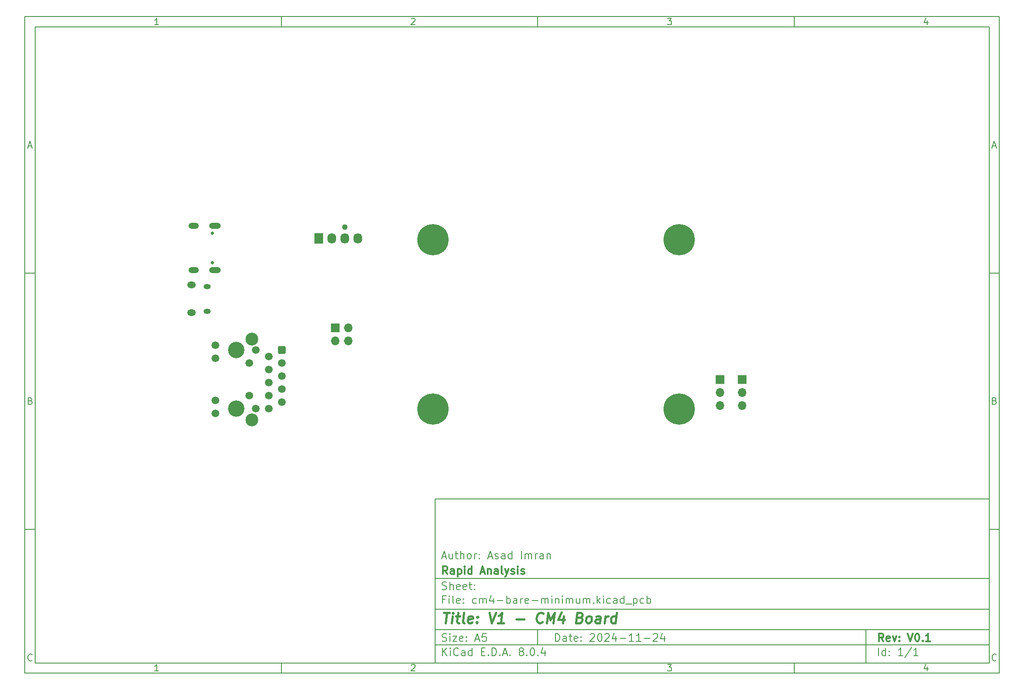
<source format=gbr>
%TF.GenerationSoftware,KiCad,Pcbnew,8.0.4*%
%TF.CreationDate,2024-11-24T10:16:15+11:00*%
%TF.ProjectId,cm4-bare-minimum,636d342d-6261-4726-952d-6d696e696d75,V0.1*%
%TF.SameCoordinates,Original*%
%TF.FileFunction,Soldermask,Bot*%
%TF.FilePolarity,Negative*%
%FSLAX46Y46*%
G04 Gerber Fmt 4.6, Leading zero omitted, Abs format (unit mm)*
G04 Created by KiCad (PCBNEW 8.0.4) date 2024-11-24 10:16:15*
%MOMM*%
%LPD*%
G01*
G04 APERTURE LIST*
G04 Aperture macros list*
%AMRoundRect*
0 Rectangle with rounded corners*
0 $1 Rounding radius*
0 $2 $3 $4 $5 $6 $7 $8 $9 X,Y pos of 4 corners*
0 Add a 4 corners polygon primitive as box body*
4,1,4,$2,$3,$4,$5,$6,$7,$8,$9,$2,$3,0*
0 Add four circle primitives for the rounded corners*
1,1,$1+$1,$2,$3*
1,1,$1+$1,$4,$5*
1,1,$1+$1,$6,$7*
1,1,$1+$1,$8,$9*
0 Add four rect primitives between the rounded corners*
20,1,$1+$1,$2,$3,$4,$5,0*
20,1,$1+$1,$4,$5,$6,$7,0*
20,1,$1+$1,$6,$7,$8,$9,0*
20,1,$1+$1,$8,$9,$2,$3,0*%
G04 Aperture macros list end*
%ADD10C,0.100000*%
%ADD11C,0.150000*%
%ADD12C,0.300000*%
%ADD13C,0.400000*%
%ADD14C,3.200000*%
%ADD15RoundRect,0.250500X-0.499500X0.499500X-0.499500X-0.499500X0.499500X-0.499500X0.499500X0.499500X0*%
%ADD16C,1.500000*%
%ADD17C,2.500000*%
%ADD18C,1.100000*%
%ADD19R,1.730000X2.030000*%
%ADD20O,1.730000X2.030000*%
%ADD21R,1.700000X1.700000*%
%ADD22O,1.700000X1.700000*%
%ADD23C,0.650000*%
%ADD24O,2.304000X1.204000*%
%ADD25O,2.004000X1.204000*%
%ADD26C,6.100000*%
%ADD27O,1.700000X1.300000*%
%ADD28O,1.400000X1.000000*%
G04 APERTURE END LIST*
D10*
D11*
X90007200Y-104005800D02*
X198007200Y-104005800D01*
X198007200Y-136005800D01*
X90007200Y-136005800D01*
X90007200Y-104005800D01*
D10*
D11*
X10000000Y-10000000D02*
X200007200Y-10000000D01*
X200007200Y-138005800D01*
X10000000Y-138005800D01*
X10000000Y-10000000D01*
D10*
D11*
X12000000Y-12000000D02*
X198007200Y-12000000D01*
X198007200Y-136005800D01*
X12000000Y-136005800D01*
X12000000Y-12000000D01*
D10*
D11*
X60000000Y-12000000D02*
X60000000Y-10000000D01*
D10*
D11*
X110000000Y-12000000D02*
X110000000Y-10000000D01*
D10*
D11*
X160000000Y-12000000D02*
X160000000Y-10000000D01*
D10*
D11*
X36089160Y-11593604D02*
X35346303Y-11593604D01*
X35717731Y-11593604D02*
X35717731Y-10293604D01*
X35717731Y-10293604D02*
X35593922Y-10479319D01*
X35593922Y-10479319D02*
X35470112Y-10603128D01*
X35470112Y-10603128D02*
X35346303Y-10665033D01*
D10*
D11*
X85346303Y-10417414D02*
X85408207Y-10355509D01*
X85408207Y-10355509D02*
X85532017Y-10293604D01*
X85532017Y-10293604D02*
X85841541Y-10293604D01*
X85841541Y-10293604D02*
X85965350Y-10355509D01*
X85965350Y-10355509D02*
X86027255Y-10417414D01*
X86027255Y-10417414D02*
X86089160Y-10541223D01*
X86089160Y-10541223D02*
X86089160Y-10665033D01*
X86089160Y-10665033D02*
X86027255Y-10850747D01*
X86027255Y-10850747D02*
X85284398Y-11593604D01*
X85284398Y-11593604D02*
X86089160Y-11593604D01*
D10*
D11*
X135284398Y-10293604D02*
X136089160Y-10293604D01*
X136089160Y-10293604D02*
X135655826Y-10788842D01*
X135655826Y-10788842D02*
X135841541Y-10788842D01*
X135841541Y-10788842D02*
X135965350Y-10850747D01*
X135965350Y-10850747D02*
X136027255Y-10912652D01*
X136027255Y-10912652D02*
X136089160Y-11036461D01*
X136089160Y-11036461D02*
X136089160Y-11345985D01*
X136089160Y-11345985D02*
X136027255Y-11469795D01*
X136027255Y-11469795D02*
X135965350Y-11531700D01*
X135965350Y-11531700D02*
X135841541Y-11593604D01*
X135841541Y-11593604D02*
X135470112Y-11593604D01*
X135470112Y-11593604D02*
X135346303Y-11531700D01*
X135346303Y-11531700D02*
X135284398Y-11469795D01*
D10*
D11*
X185965350Y-10726938D02*
X185965350Y-11593604D01*
X185655826Y-10231700D02*
X185346303Y-11160271D01*
X185346303Y-11160271D02*
X186151064Y-11160271D01*
D10*
D11*
X60000000Y-136005800D02*
X60000000Y-138005800D01*
D10*
D11*
X110000000Y-136005800D02*
X110000000Y-138005800D01*
D10*
D11*
X160000000Y-136005800D02*
X160000000Y-138005800D01*
D10*
D11*
X36089160Y-137599404D02*
X35346303Y-137599404D01*
X35717731Y-137599404D02*
X35717731Y-136299404D01*
X35717731Y-136299404D02*
X35593922Y-136485119D01*
X35593922Y-136485119D02*
X35470112Y-136608928D01*
X35470112Y-136608928D02*
X35346303Y-136670833D01*
D10*
D11*
X85346303Y-136423214D02*
X85408207Y-136361309D01*
X85408207Y-136361309D02*
X85532017Y-136299404D01*
X85532017Y-136299404D02*
X85841541Y-136299404D01*
X85841541Y-136299404D02*
X85965350Y-136361309D01*
X85965350Y-136361309D02*
X86027255Y-136423214D01*
X86027255Y-136423214D02*
X86089160Y-136547023D01*
X86089160Y-136547023D02*
X86089160Y-136670833D01*
X86089160Y-136670833D02*
X86027255Y-136856547D01*
X86027255Y-136856547D02*
X85284398Y-137599404D01*
X85284398Y-137599404D02*
X86089160Y-137599404D01*
D10*
D11*
X135284398Y-136299404D02*
X136089160Y-136299404D01*
X136089160Y-136299404D02*
X135655826Y-136794642D01*
X135655826Y-136794642D02*
X135841541Y-136794642D01*
X135841541Y-136794642D02*
X135965350Y-136856547D01*
X135965350Y-136856547D02*
X136027255Y-136918452D01*
X136027255Y-136918452D02*
X136089160Y-137042261D01*
X136089160Y-137042261D02*
X136089160Y-137351785D01*
X136089160Y-137351785D02*
X136027255Y-137475595D01*
X136027255Y-137475595D02*
X135965350Y-137537500D01*
X135965350Y-137537500D02*
X135841541Y-137599404D01*
X135841541Y-137599404D02*
X135470112Y-137599404D01*
X135470112Y-137599404D02*
X135346303Y-137537500D01*
X135346303Y-137537500D02*
X135284398Y-137475595D01*
D10*
D11*
X185965350Y-136732738D02*
X185965350Y-137599404D01*
X185655826Y-136237500D02*
X185346303Y-137166071D01*
X185346303Y-137166071D02*
X186151064Y-137166071D01*
D10*
D11*
X10000000Y-60000000D02*
X12000000Y-60000000D01*
D10*
D11*
X10000000Y-110000000D02*
X12000000Y-110000000D01*
D10*
D11*
X10690476Y-35222176D02*
X11309523Y-35222176D01*
X10566666Y-35593604D02*
X10999999Y-34293604D01*
X10999999Y-34293604D02*
X11433333Y-35593604D01*
D10*
D11*
X11092857Y-84912652D02*
X11278571Y-84974557D01*
X11278571Y-84974557D02*
X11340476Y-85036461D01*
X11340476Y-85036461D02*
X11402380Y-85160271D01*
X11402380Y-85160271D02*
X11402380Y-85345985D01*
X11402380Y-85345985D02*
X11340476Y-85469795D01*
X11340476Y-85469795D02*
X11278571Y-85531700D01*
X11278571Y-85531700D02*
X11154761Y-85593604D01*
X11154761Y-85593604D02*
X10659523Y-85593604D01*
X10659523Y-85593604D02*
X10659523Y-84293604D01*
X10659523Y-84293604D02*
X11092857Y-84293604D01*
X11092857Y-84293604D02*
X11216666Y-84355509D01*
X11216666Y-84355509D02*
X11278571Y-84417414D01*
X11278571Y-84417414D02*
X11340476Y-84541223D01*
X11340476Y-84541223D02*
X11340476Y-84665033D01*
X11340476Y-84665033D02*
X11278571Y-84788842D01*
X11278571Y-84788842D02*
X11216666Y-84850747D01*
X11216666Y-84850747D02*
X11092857Y-84912652D01*
X11092857Y-84912652D02*
X10659523Y-84912652D01*
D10*
D11*
X11402380Y-135469795D02*
X11340476Y-135531700D01*
X11340476Y-135531700D02*
X11154761Y-135593604D01*
X11154761Y-135593604D02*
X11030952Y-135593604D01*
X11030952Y-135593604D02*
X10845238Y-135531700D01*
X10845238Y-135531700D02*
X10721428Y-135407890D01*
X10721428Y-135407890D02*
X10659523Y-135284080D01*
X10659523Y-135284080D02*
X10597619Y-135036461D01*
X10597619Y-135036461D02*
X10597619Y-134850747D01*
X10597619Y-134850747D02*
X10659523Y-134603128D01*
X10659523Y-134603128D02*
X10721428Y-134479319D01*
X10721428Y-134479319D02*
X10845238Y-134355509D01*
X10845238Y-134355509D02*
X11030952Y-134293604D01*
X11030952Y-134293604D02*
X11154761Y-134293604D01*
X11154761Y-134293604D02*
X11340476Y-134355509D01*
X11340476Y-134355509D02*
X11402380Y-134417414D01*
D10*
D11*
X200007200Y-60000000D02*
X198007200Y-60000000D01*
D10*
D11*
X200007200Y-110000000D02*
X198007200Y-110000000D01*
D10*
D11*
X198697676Y-35222176D02*
X199316723Y-35222176D01*
X198573866Y-35593604D02*
X199007199Y-34293604D01*
X199007199Y-34293604D02*
X199440533Y-35593604D01*
D10*
D11*
X199100057Y-84912652D02*
X199285771Y-84974557D01*
X199285771Y-84974557D02*
X199347676Y-85036461D01*
X199347676Y-85036461D02*
X199409580Y-85160271D01*
X199409580Y-85160271D02*
X199409580Y-85345985D01*
X199409580Y-85345985D02*
X199347676Y-85469795D01*
X199347676Y-85469795D02*
X199285771Y-85531700D01*
X199285771Y-85531700D02*
X199161961Y-85593604D01*
X199161961Y-85593604D02*
X198666723Y-85593604D01*
X198666723Y-85593604D02*
X198666723Y-84293604D01*
X198666723Y-84293604D02*
X199100057Y-84293604D01*
X199100057Y-84293604D02*
X199223866Y-84355509D01*
X199223866Y-84355509D02*
X199285771Y-84417414D01*
X199285771Y-84417414D02*
X199347676Y-84541223D01*
X199347676Y-84541223D02*
X199347676Y-84665033D01*
X199347676Y-84665033D02*
X199285771Y-84788842D01*
X199285771Y-84788842D02*
X199223866Y-84850747D01*
X199223866Y-84850747D02*
X199100057Y-84912652D01*
X199100057Y-84912652D02*
X198666723Y-84912652D01*
D10*
D11*
X199409580Y-135469795D02*
X199347676Y-135531700D01*
X199347676Y-135531700D02*
X199161961Y-135593604D01*
X199161961Y-135593604D02*
X199038152Y-135593604D01*
X199038152Y-135593604D02*
X198852438Y-135531700D01*
X198852438Y-135531700D02*
X198728628Y-135407890D01*
X198728628Y-135407890D02*
X198666723Y-135284080D01*
X198666723Y-135284080D02*
X198604819Y-135036461D01*
X198604819Y-135036461D02*
X198604819Y-134850747D01*
X198604819Y-134850747D02*
X198666723Y-134603128D01*
X198666723Y-134603128D02*
X198728628Y-134479319D01*
X198728628Y-134479319D02*
X198852438Y-134355509D01*
X198852438Y-134355509D02*
X199038152Y-134293604D01*
X199038152Y-134293604D02*
X199161961Y-134293604D01*
X199161961Y-134293604D02*
X199347676Y-134355509D01*
X199347676Y-134355509D02*
X199409580Y-134417414D01*
D10*
D11*
X113463026Y-131791928D02*
X113463026Y-130291928D01*
X113463026Y-130291928D02*
X113820169Y-130291928D01*
X113820169Y-130291928D02*
X114034455Y-130363357D01*
X114034455Y-130363357D02*
X114177312Y-130506214D01*
X114177312Y-130506214D02*
X114248741Y-130649071D01*
X114248741Y-130649071D02*
X114320169Y-130934785D01*
X114320169Y-130934785D02*
X114320169Y-131149071D01*
X114320169Y-131149071D02*
X114248741Y-131434785D01*
X114248741Y-131434785D02*
X114177312Y-131577642D01*
X114177312Y-131577642D02*
X114034455Y-131720500D01*
X114034455Y-131720500D02*
X113820169Y-131791928D01*
X113820169Y-131791928D02*
X113463026Y-131791928D01*
X115605884Y-131791928D02*
X115605884Y-131006214D01*
X115605884Y-131006214D02*
X115534455Y-130863357D01*
X115534455Y-130863357D02*
X115391598Y-130791928D01*
X115391598Y-130791928D02*
X115105884Y-130791928D01*
X115105884Y-130791928D02*
X114963026Y-130863357D01*
X115605884Y-131720500D02*
X115463026Y-131791928D01*
X115463026Y-131791928D02*
X115105884Y-131791928D01*
X115105884Y-131791928D02*
X114963026Y-131720500D01*
X114963026Y-131720500D02*
X114891598Y-131577642D01*
X114891598Y-131577642D02*
X114891598Y-131434785D01*
X114891598Y-131434785D02*
X114963026Y-131291928D01*
X114963026Y-131291928D02*
X115105884Y-131220500D01*
X115105884Y-131220500D02*
X115463026Y-131220500D01*
X115463026Y-131220500D02*
X115605884Y-131149071D01*
X116105884Y-130791928D02*
X116677312Y-130791928D01*
X116320169Y-130291928D02*
X116320169Y-131577642D01*
X116320169Y-131577642D02*
X116391598Y-131720500D01*
X116391598Y-131720500D02*
X116534455Y-131791928D01*
X116534455Y-131791928D02*
X116677312Y-131791928D01*
X117748741Y-131720500D02*
X117605884Y-131791928D01*
X117605884Y-131791928D02*
X117320170Y-131791928D01*
X117320170Y-131791928D02*
X117177312Y-131720500D01*
X117177312Y-131720500D02*
X117105884Y-131577642D01*
X117105884Y-131577642D02*
X117105884Y-131006214D01*
X117105884Y-131006214D02*
X117177312Y-130863357D01*
X117177312Y-130863357D02*
X117320170Y-130791928D01*
X117320170Y-130791928D02*
X117605884Y-130791928D01*
X117605884Y-130791928D02*
X117748741Y-130863357D01*
X117748741Y-130863357D02*
X117820170Y-131006214D01*
X117820170Y-131006214D02*
X117820170Y-131149071D01*
X117820170Y-131149071D02*
X117105884Y-131291928D01*
X118463026Y-131649071D02*
X118534455Y-131720500D01*
X118534455Y-131720500D02*
X118463026Y-131791928D01*
X118463026Y-131791928D02*
X118391598Y-131720500D01*
X118391598Y-131720500D02*
X118463026Y-131649071D01*
X118463026Y-131649071D02*
X118463026Y-131791928D01*
X118463026Y-130863357D02*
X118534455Y-130934785D01*
X118534455Y-130934785D02*
X118463026Y-131006214D01*
X118463026Y-131006214D02*
X118391598Y-130934785D01*
X118391598Y-130934785D02*
X118463026Y-130863357D01*
X118463026Y-130863357D02*
X118463026Y-131006214D01*
X120248741Y-130434785D02*
X120320169Y-130363357D01*
X120320169Y-130363357D02*
X120463027Y-130291928D01*
X120463027Y-130291928D02*
X120820169Y-130291928D01*
X120820169Y-130291928D02*
X120963027Y-130363357D01*
X120963027Y-130363357D02*
X121034455Y-130434785D01*
X121034455Y-130434785D02*
X121105884Y-130577642D01*
X121105884Y-130577642D02*
X121105884Y-130720500D01*
X121105884Y-130720500D02*
X121034455Y-130934785D01*
X121034455Y-130934785D02*
X120177312Y-131791928D01*
X120177312Y-131791928D02*
X121105884Y-131791928D01*
X122034455Y-130291928D02*
X122177312Y-130291928D01*
X122177312Y-130291928D02*
X122320169Y-130363357D01*
X122320169Y-130363357D02*
X122391598Y-130434785D01*
X122391598Y-130434785D02*
X122463026Y-130577642D01*
X122463026Y-130577642D02*
X122534455Y-130863357D01*
X122534455Y-130863357D02*
X122534455Y-131220500D01*
X122534455Y-131220500D02*
X122463026Y-131506214D01*
X122463026Y-131506214D02*
X122391598Y-131649071D01*
X122391598Y-131649071D02*
X122320169Y-131720500D01*
X122320169Y-131720500D02*
X122177312Y-131791928D01*
X122177312Y-131791928D02*
X122034455Y-131791928D01*
X122034455Y-131791928D02*
X121891598Y-131720500D01*
X121891598Y-131720500D02*
X121820169Y-131649071D01*
X121820169Y-131649071D02*
X121748740Y-131506214D01*
X121748740Y-131506214D02*
X121677312Y-131220500D01*
X121677312Y-131220500D02*
X121677312Y-130863357D01*
X121677312Y-130863357D02*
X121748740Y-130577642D01*
X121748740Y-130577642D02*
X121820169Y-130434785D01*
X121820169Y-130434785D02*
X121891598Y-130363357D01*
X121891598Y-130363357D02*
X122034455Y-130291928D01*
X123105883Y-130434785D02*
X123177311Y-130363357D01*
X123177311Y-130363357D02*
X123320169Y-130291928D01*
X123320169Y-130291928D02*
X123677311Y-130291928D01*
X123677311Y-130291928D02*
X123820169Y-130363357D01*
X123820169Y-130363357D02*
X123891597Y-130434785D01*
X123891597Y-130434785D02*
X123963026Y-130577642D01*
X123963026Y-130577642D02*
X123963026Y-130720500D01*
X123963026Y-130720500D02*
X123891597Y-130934785D01*
X123891597Y-130934785D02*
X123034454Y-131791928D01*
X123034454Y-131791928D02*
X123963026Y-131791928D01*
X125248740Y-130791928D02*
X125248740Y-131791928D01*
X124891597Y-130220500D02*
X124534454Y-131291928D01*
X124534454Y-131291928D02*
X125463025Y-131291928D01*
X126034453Y-131220500D02*
X127177311Y-131220500D01*
X128677311Y-131791928D02*
X127820168Y-131791928D01*
X128248739Y-131791928D02*
X128248739Y-130291928D01*
X128248739Y-130291928D02*
X128105882Y-130506214D01*
X128105882Y-130506214D02*
X127963025Y-130649071D01*
X127963025Y-130649071D02*
X127820168Y-130720500D01*
X130105882Y-131791928D02*
X129248739Y-131791928D01*
X129677310Y-131791928D02*
X129677310Y-130291928D01*
X129677310Y-130291928D02*
X129534453Y-130506214D01*
X129534453Y-130506214D02*
X129391596Y-130649071D01*
X129391596Y-130649071D02*
X129248739Y-130720500D01*
X130748738Y-131220500D02*
X131891596Y-131220500D01*
X132534453Y-130434785D02*
X132605881Y-130363357D01*
X132605881Y-130363357D02*
X132748739Y-130291928D01*
X132748739Y-130291928D02*
X133105881Y-130291928D01*
X133105881Y-130291928D02*
X133248739Y-130363357D01*
X133248739Y-130363357D02*
X133320167Y-130434785D01*
X133320167Y-130434785D02*
X133391596Y-130577642D01*
X133391596Y-130577642D02*
X133391596Y-130720500D01*
X133391596Y-130720500D02*
X133320167Y-130934785D01*
X133320167Y-130934785D02*
X132463024Y-131791928D01*
X132463024Y-131791928D02*
X133391596Y-131791928D01*
X134677310Y-130791928D02*
X134677310Y-131791928D01*
X134320167Y-130220500D02*
X133963024Y-131291928D01*
X133963024Y-131291928D02*
X134891595Y-131291928D01*
D10*
D11*
X90007200Y-132505800D02*
X198007200Y-132505800D01*
D10*
D11*
X91463026Y-134591928D02*
X91463026Y-133091928D01*
X92320169Y-134591928D02*
X91677312Y-133734785D01*
X92320169Y-133091928D02*
X91463026Y-133949071D01*
X92963026Y-134591928D02*
X92963026Y-133591928D01*
X92963026Y-133091928D02*
X92891598Y-133163357D01*
X92891598Y-133163357D02*
X92963026Y-133234785D01*
X92963026Y-133234785D02*
X93034455Y-133163357D01*
X93034455Y-133163357D02*
X92963026Y-133091928D01*
X92963026Y-133091928D02*
X92963026Y-133234785D01*
X94534455Y-134449071D02*
X94463027Y-134520500D01*
X94463027Y-134520500D02*
X94248741Y-134591928D01*
X94248741Y-134591928D02*
X94105884Y-134591928D01*
X94105884Y-134591928D02*
X93891598Y-134520500D01*
X93891598Y-134520500D02*
X93748741Y-134377642D01*
X93748741Y-134377642D02*
X93677312Y-134234785D01*
X93677312Y-134234785D02*
X93605884Y-133949071D01*
X93605884Y-133949071D02*
X93605884Y-133734785D01*
X93605884Y-133734785D02*
X93677312Y-133449071D01*
X93677312Y-133449071D02*
X93748741Y-133306214D01*
X93748741Y-133306214D02*
X93891598Y-133163357D01*
X93891598Y-133163357D02*
X94105884Y-133091928D01*
X94105884Y-133091928D02*
X94248741Y-133091928D01*
X94248741Y-133091928D02*
X94463027Y-133163357D01*
X94463027Y-133163357D02*
X94534455Y-133234785D01*
X95820170Y-134591928D02*
X95820170Y-133806214D01*
X95820170Y-133806214D02*
X95748741Y-133663357D01*
X95748741Y-133663357D02*
X95605884Y-133591928D01*
X95605884Y-133591928D02*
X95320170Y-133591928D01*
X95320170Y-133591928D02*
X95177312Y-133663357D01*
X95820170Y-134520500D02*
X95677312Y-134591928D01*
X95677312Y-134591928D02*
X95320170Y-134591928D01*
X95320170Y-134591928D02*
X95177312Y-134520500D01*
X95177312Y-134520500D02*
X95105884Y-134377642D01*
X95105884Y-134377642D02*
X95105884Y-134234785D01*
X95105884Y-134234785D02*
X95177312Y-134091928D01*
X95177312Y-134091928D02*
X95320170Y-134020500D01*
X95320170Y-134020500D02*
X95677312Y-134020500D01*
X95677312Y-134020500D02*
X95820170Y-133949071D01*
X97177313Y-134591928D02*
X97177313Y-133091928D01*
X97177313Y-134520500D02*
X97034455Y-134591928D01*
X97034455Y-134591928D02*
X96748741Y-134591928D01*
X96748741Y-134591928D02*
X96605884Y-134520500D01*
X96605884Y-134520500D02*
X96534455Y-134449071D01*
X96534455Y-134449071D02*
X96463027Y-134306214D01*
X96463027Y-134306214D02*
X96463027Y-133877642D01*
X96463027Y-133877642D02*
X96534455Y-133734785D01*
X96534455Y-133734785D02*
X96605884Y-133663357D01*
X96605884Y-133663357D02*
X96748741Y-133591928D01*
X96748741Y-133591928D02*
X97034455Y-133591928D01*
X97034455Y-133591928D02*
X97177313Y-133663357D01*
X99034455Y-133806214D02*
X99534455Y-133806214D01*
X99748741Y-134591928D02*
X99034455Y-134591928D01*
X99034455Y-134591928D02*
X99034455Y-133091928D01*
X99034455Y-133091928D02*
X99748741Y-133091928D01*
X100391598Y-134449071D02*
X100463027Y-134520500D01*
X100463027Y-134520500D02*
X100391598Y-134591928D01*
X100391598Y-134591928D02*
X100320170Y-134520500D01*
X100320170Y-134520500D02*
X100391598Y-134449071D01*
X100391598Y-134449071D02*
X100391598Y-134591928D01*
X101105884Y-134591928D02*
X101105884Y-133091928D01*
X101105884Y-133091928D02*
X101463027Y-133091928D01*
X101463027Y-133091928D02*
X101677313Y-133163357D01*
X101677313Y-133163357D02*
X101820170Y-133306214D01*
X101820170Y-133306214D02*
X101891599Y-133449071D01*
X101891599Y-133449071D02*
X101963027Y-133734785D01*
X101963027Y-133734785D02*
X101963027Y-133949071D01*
X101963027Y-133949071D02*
X101891599Y-134234785D01*
X101891599Y-134234785D02*
X101820170Y-134377642D01*
X101820170Y-134377642D02*
X101677313Y-134520500D01*
X101677313Y-134520500D02*
X101463027Y-134591928D01*
X101463027Y-134591928D02*
X101105884Y-134591928D01*
X102605884Y-134449071D02*
X102677313Y-134520500D01*
X102677313Y-134520500D02*
X102605884Y-134591928D01*
X102605884Y-134591928D02*
X102534456Y-134520500D01*
X102534456Y-134520500D02*
X102605884Y-134449071D01*
X102605884Y-134449071D02*
X102605884Y-134591928D01*
X103248742Y-134163357D02*
X103963028Y-134163357D01*
X103105885Y-134591928D02*
X103605885Y-133091928D01*
X103605885Y-133091928D02*
X104105885Y-134591928D01*
X104605884Y-134449071D02*
X104677313Y-134520500D01*
X104677313Y-134520500D02*
X104605884Y-134591928D01*
X104605884Y-134591928D02*
X104534456Y-134520500D01*
X104534456Y-134520500D02*
X104605884Y-134449071D01*
X104605884Y-134449071D02*
X104605884Y-134591928D01*
X106677313Y-133734785D02*
X106534456Y-133663357D01*
X106534456Y-133663357D02*
X106463027Y-133591928D01*
X106463027Y-133591928D02*
X106391599Y-133449071D01*
X106391599Y-133449071D02*
X106391599Y-133377642D01*
X106391599Y-133377642D02*
X106463027Y-133234785D01*
X106463027Y-133234785D02*
X106534456Y-133163357D01*
X106534456Y-133163357D02*
X106677313Y-133091928D01*
X106677313Y-133091928D02*
X106963027Y-133091928D01*
X106963027Y-133091928D02*
X107105885Y-133163357D01*
X107105885Y-133163357D02*
X107177313Y-133234785D01*
X107177313Y-133234785D02*
X107248742Y-133377642D01*
X107248742Y-133377642D02*
X107248742Y-133449071D01*
X107248742Y-133449071D02*
X107177313Y-133591928D01*
X107177313Y-133591928D02*
X107105885Y-133663357D01*
X107105885Y-133663357D02*
X106963027Y-133734785D01*
X106963027Y-133734785D02*
X106677313Y-133734785D01*
X106677313Y-133734785D02*
X106534456Y-133806214D01*
X106534456Y-133806214D02*
X106463027Y-133877642D01*
X106463027Y-133877642D02*
X106391599Y-134020500D01*
X106391599Y-134020500D02*
X106391599Y-134306214D01*
X106391599Y-134306214D02*
X106463027Y-134449071D01*
X106463027Y-134449071D02*
X106534456Y-134520500D01*
X106534456Y-134520500D02*
X106677313Y-134591928D01*
X106677313Y-134591928D02*
X106963027Y-134591928D01*
X106963027Y-134591928D02*
X107105885Y-134520500D01*
X107105885Y-134520500D02*
X107177313Y-134449071D01*
X107177313Y-134449071D02*
X107248742Y-134306214D01*
X107248742Y-134306214D02*
X107248742Y-134020500D01*
X107248742Y-134020500D02*
X107177313Y-133877642D01*
X107177313Y-133877642D02*
X107105885Y-133806214D01*
X107105885Y-133806214D02*
X106963027Y-133734785D01*
X107891598Y-134449071D02*
X107963027Y-134520500D01*
X107963027Y-134520500D02*
X107891598Y-134591928D01*
X107891598Y-134591928D02*
X107820170Y-134520500D01*
X107820170Y-134520500D02*
X107891598Y-134449071D01*
X107891598Y-134449071D02*
X107891598Y-134591928D01*
X108891599Y-133091928D02*
X109034456Y-133091928D01*
X109034456Y-133091928D02*
X109177313Y-133163357D01*
X109177313Y-133163357D02*
X109248742Y-133234785D01*
X109248742Y-133234785D02*
X109320170Y-133377642D01*
X109320170Y-133377642D02*
X109391599Y-133663357D01*
X109391599Y-133663357D02*
X109391599Y-134020500D01*
X109391599Y-134020500D02*
X109320170Y-134306214D01*
X109320170Y-134306214D02*
X109248742Y-134449071D01*
X109248742Y-134449071D02*
X109177313Y-134520500D01*
X109177313Y-134520500D02*
X109034456Y-134591928D01*
X109034456Y-134591928D02*
X108891599Y-134591928D01*
X108891599Y-134591928D02*
X108748742Y-134520500D01*
X108748742Y-134520500D02*
X108677313Y-134449071D01*
X108677313Y-134449071D02*
X108605884Y-134306214D01*
X108605884Y-134306214D02*
X108534456Y-134020500D01*
X108534456Y-134020500D02*
X108534456Y-133663357D01*
X108534456Y-133663357D02*
X108605884Y-133377642D01*
X108605884Y-133377642D02*
X108677313Y-133234785D01*
X108677313Y-133234785D02*
X108748742Y-133163357D01*
X108748742Y-133163357D02*
X108891599Y-133091928D01*
X110034455Y-134449071D02*
X110105884Y-134520500D01*
X110105884Y-134520500D02*
X110034455Y-134591928D01*
X110034455Y-134591928D02*
X109963027Y-134520500D01*
X109963027Y-134520500D02*
X110034455Y-134449071D01*
X110034455Y-134449071D02*
X110034455Y-134591928D01*
X111391599Y-133591928D02*
X111391599Y-134591928D01*
X111034456Y-133020500D02*
X110677313Y-134091928D01*
X110677313Y-134091928D02*
X111605884Y-134091928D01*
D10*
D11*
X90007200Y-129505800D02*
X198007200Y-129505800D01*
D10*
D12*
X177418853Y-131784128D02*
X176918853Y-131069842D01*
X176561710Y-131784128D02*
X176561710Y-130284128D01*
X176561710Y-130284128D02*
X177133139Y-130284128D01*
X177133139Y-130284128D02*
X177275996Y-130355557D01*
X177275996Y-130355557D02*
X177347425Y-130426985D01*
X177347425Y-130426985D02*
X177418853Y-130569842D01*
X177418853Y-130569842D02*
X177418853Y-130784128D01*
X177418853Y-130784128D02*
X177347425Y-130926985D01*
X177347425Y-130926985D02*
X177275996Y-130998414D01*
X177275996Y-130998414D02*
X177133139Y-131069842D01*
X177133139Y-131069842D02*
X176561710Y-131069842D01*
X178633139Y-131712700D02*
X178490282Y-131784128D01*
X178490282Y-131784128D02*
X178204568Y-131784128D01*
X178204568Y-131784128D02*
X178061710Y-131712700D01*
X178061710Y-131712700D02*
X177990282Y-131569842D01*
X177990282Y-131569842D02*
X177990282Y-130998414D01*
X177990282Y-130998414D02*
X178061710Y-130855557D01*
X178061710Y-130855557D02*
X178204568Y-130784128D01*
X178204568Y-130784128D02*
X178490282Y-130784128D01*
X178490282Y-130784128D02*
X178633139Y-130855557D01*
X178633139Y-130855557D02*
X178704568Y-130998414D01*
X178704568Y-130998414D02*
X178704568Y-131141271D01*
X178704568Y-131141271D02*
X177990282Y-131284128D01*
X179204567Y-130784128D02*
X179561710Y-131784128D01*
X179561710Y-131784128D02*
X179918853Y-130784128D01*
X180490281Y-131641271D02*
X180561710Y-131712700D01*
X180561710Y-131712700D02*
X180490281Y-131784128D01*
X180490281Y-131784128D02*
X180418853Y-131712700D01*
X180418853Y-131712700D02*
X180490281Y-131641271D01*
X180490281Y-131641271D02*
X180490281Y-131784128D01*
X180490281Y-130855557D02*
X180561710Y-130926985D01*
X180561710Y-130926985D02*
X180490281Y-130998414D01*
X180490281Y-130998414D02*
X180418853Y-130926985D01*
X180418853Y-130926985D02*
X180490281Y-130855557D01*
X180490281Y-130855557D02*
X180490281Y-130998414D01*
X182133139Y-130284128D02*
X182633139Y-131784128D01*
X182633139Y-131784128D02*
X183133139Y-130284128D01*
X183918853Y-130284128D02*
X184061710Y-130284128D01*
X184061710Y-130284128D02*
X184204567Y-130355557D01*
X184204567Y-130355557D02*
X184275996Y-130426985D01*
X184275996Y-130426985D02*
X184347424Y-130569842D01*
X184347424Y-130569842D02*
X184418853Y-130855557D01*
X184418853Y-130855557D02*
X184418853Y-131212700D01*
X184418853Y-131212700D02*
X184347424Y-131498414D01*
X184347424Y-131498414D02*
X184275996Y-131641271D01*
X184275996Y-131641271D02*
X184204567Y-131712700D01*
X184204567Y-131712700D02*
X184061710Y-131784128D01*
X184061710Y-131784128D02*
X183918853Y-131784128D01*
X183918853Y-131784128D02*
X183775996Y-131712700D01*
X183775996Y-131712700D02*
X183704567Y-131641271D01*
X183704567Y-131641271D02*
X183633138Y-131498414D01*
X183633138Y-131498414D02*
X183561710Y-131212700D01*
X183561710Y-131212700D02*
X183561710Y-130855557D01*
X183561710Y-130855557D02*
X183633138Y-130569842D01*
X183633138Y-130569842D02*
X183704567Y-130426985D01*
X183704567Y-130426985D02*
X183775996Y-130355557D01*
X183775996Y-130355557D02*
X183918853Y-130284128D01*
X185061709Y-131641271D02*
X185133138Y-131712700D01*
X185133138Y-131712700D02*
X185061709Y-131784128D01*
X185061709Y-131784128D02*
X184990281Y-131712700D01*
X184990281Y-131712700D02*
X185061709Y-131641271D01*
X185061709Y-131641271D02*
X185061709Y-131784128D01*
X186561710Y-131784128D02*
X185704567Y-131784128D01*
X186133138Y-131784128D02*
X186133138Y-130284128D01*
X186133138Y-130284128D02*
X185990281Y-130498414D01*
X185990281Y-130498414D02*
X185847424Y-130641271D01*
X185847424Y-130641271D02*
X185704567Y-130712700D01*
D10*
D11*
X91391598Y-131720500D02*
X91605884Y-131791928D01*
X91605884Y-131791928D02*
X91963026Y-131791928D01*
X91963026Y-131791928D02*
X92105884Y-131720500D01*
X92105884Y-131720500D02*
X92177312Y-131649071D01*
X92177312Y-131649071D02*
X92248741Y-131506214D01*
X92248741Y-131506214D02*
X92248741Y-131363357D01*
X92248741Y-131363357D02*
X92177312Y-131220500D01*
X92177312Y-131220500D02*
X92105884Y-131149071D01*
X92105884Y-131149071D02*
X91963026Y-131077642D01*
X91963026Y-131077642D02*
X91677312Y-131006214D01*
X91677312Y-131006214D02*
X91534455Y-130934785D01*
X91534455Y-130934785D02*
X91463026Y-130863357D01*
X91463026Y-130863357D02*
X91391598Y-130720500D01*
X91391598Y-130720500D02*
X91391598Y-130577642D01*
X91391598Y-130577642D02*
X91463026Y-130434785D01*
X91463026Y-130434785D02*
X91534455Y-130363357D01*
X91534455Y-130363357D02*
X91677312Y-130291928D01*
X91677312Y-130291928D02*
X92034455Y-130291928D01*
X92034455Y-130291928D02*
X92248741Y-130363357D01*
X92891597Y-131791928D02*
X92891597Y-130791928D01*
X92891597Y-130291928D02*
X92820169Y-130363357D01*
X92820169Y-130363357D02*
X92891597Y-130434785D01*
X92891597Y-130434785D02*
X92963026Y-130363357D01*
X92963026Y-130363357D02*
X92891597Y-130291928D01*
X92891597Y-130291928D02*
X92891597Y-130434785D01*
X93463026Y-130791928D02*
X94248741Y-130791928D01*
X94248741Y-130791928D02*
X93463026Y-131791928D01*
X93463026Y-131791928D02*
X94248741Y-131791928D01*
X95391598Y-131720500D02*
X95248741Y-131791928D01*
X95248741Y-131791928D02*
X94963027Y-131791928D01*
X94963027Y-131791928D02*
X94820169Y-131720500D01*
X94820169Y-131720500D02*
X94748741Y-131577642D01*
X94748741Y-131577642D02*
X94748741Y-131006214D01*
X94748741Y-131006214D02*
X94820169Y-130863357D01*
X94820169Y-130863357D02*
X94963027Y-130791928D01*
X94963027Y-130791928D02*
X95248741Y-130791928D01*
X95248741Y-130791928D02*
X95391598Y-130863357D01*
X95391598Y-130863357D02*
X95463027Y-131006214D01*
X95463027Y-131006214D02*
X95463027Y-131149071D01*
X95463027Y-131149071D02*
X94748741Y-131291928D01*
X96105883Y-131649071D02*
X96177312Y-131720500D01*
X96177312Y-131720500D02*
X96105883Y-131791928D01*
X96105883Y-131791928D02*
X96034455Y-131720500D01*
X96034455Y-131720500D02*
X96105883Y-131649071D01*
X96105883Y-131649071D02*
X96105883Y-131791928D01*
X96105883Y-130863357D02*
X96177312Y-130934785D01*
X96177312Y-130934785D02*
X96105883Y-131006214D01*
X96105883Y-131006214D02*
X96034455Y-130934785D01*
X96034455Y-130934785D02*
X96105883Y-130863357D01*
X96105883Y-130863357D02*
X96105883Y-131006214D01*
X97891598Y-131363357D02*
X98605884Y-131363357D01*
X97748741Y-131791928D02*
X98248741Y-130291928D01*
X98248741Y-130291928D02*
X98748741Y-131791928D01*
X99963026Y-130291928D02*
X99248740Y-130291928D01*
X99248740Y-130291928D02*
X99177312Y-131006214D01*
X99177312Y-131006214D02*
X99248740Y-130934785D01*
X99248740Y-130934785D02*
X99391598Y-130863357D01*
X99391598Y-130863357D02*
X99748740Y-130863357D01*
X99748740Y-130863357D02*
X99891598Y-130934785D01*
X99891598Y-130934785D02*
X99963026Y-131006214D01*
X99963026Y-131006214D02*
X100034455Y-131149071D01*
X100034455Y-131149071D02*
X100034455Y-131506214D01*
X100034455Y-131506214D02*
X99963026Y-131649071D01*
X99963026Y-131649071D02*
X99891598Y-131720500D01*
X99891598Y-131720500D02*
X99748740Y-131791928D01*
X99748740Y-131791928D02*
X99391598Y-131791928D01*
X99391598Y-131791928D02*
X99248740Y-131720500D01*
X99248740Y-131720500D02*
X99177312Y-131649071D01*
D10*
D11*
X176463026Y-134591928D02*
X176463026Y-133091928D01*
X177820170Y-134591928D02*
X177820170Y-133091928D01*
X177820170Y-134520500D02*
X177677312Y-134591928D01*
X177677312Y-134591928D02*
X177391598Y-134591928D01*
X177391598Y-134591928D02*
X177248741Y-134520500D01*
X177248741Y-134520500D02*
X177177312Y-134449071D01*
X177177312Y-134449071D02*
X177105884Y-134306214D01*
X177105884Y-134306214D02*
X177105884Y-133877642D01*
X177105884Y-133877642D02*
X177177312Y-133734785D01*
X177177312Y-133734785D02*
X177248741Y-133663357D01*
X177248741Y-133663357D02*
X177391598Y-133591928D01*
X177391598Y-133591928D02*
X177677312Y-133591928D01*
X177677312Y-133591928D02*
X177820170Y-133663357D01*
X178534455Y-134449071D02*
X178605884Y-134520500D01*
X178605884Y-134520500D02*
X178534455Y-134591928D01*
X178534455Y-134591928D02*
X178463027Y-134520500D01*
X178463027Y-134520500D02*
X178534455Y-134449071D01*
X178534455Y-134449071D02*
X178534455Y-134591928D01*
X178534455Y-133663357D02*
X178605884Y-133734785D01*
X178605884Y-133734785D02*
X178534455Y-133806214D01*
X178534455Y-133806214D02*
X178463027Y-133734785D01*
X178463027Y-133734785D02*
X178534455Y-133663357D01*
X178534455Y-133663357D02*
X178534455Y-133806214D01*
X181177313Y-134591928D02*
X180320170Y-134591928D01*
X180748741Y-134591928D02*
X180748741Y-133091928D01*
X180748741Y-133091928D02*
X180605884Y-133306214D01*
X180605884Y-133306214D02*
X180463027Y-133449071D01*
X180463027Y-133449071D02*
X180320170Y-133520500D01*
X182891598Y-133020500D02*
X181605884Y-134949071D01*
X184177313Y-134591928D02*
X183320170Y-134591928D01*
X183748741Y-134591928D02*
X183748741Y-133091928D01*
X183748741Y-133091928D02*
X183605884Y-133306214D01*
X183605884Y-133306214D02*
X183463027Y-133449071D01*
X183463027Y-133449071D02*
X183320170Y-133520500D01*
D10*
D11*
X90007200Y-125505800D02*
X198007200Y-125505800D01*
D10*
D13*
X91698928Y-126210238D02*
X92841785Y-126210238D01*
X92020357Y-128210238D02*
X92270357Y-126210238D01*
X93258452Y-128210238D02*
X93425119Y-126876904D01*
X93508452Y-126210238D02*
X93401309Y-126305476D01*
X93401309Y-126305476D02*
X93484643Y-126400714D01*
X93484643Y-126400714D02*
X93591786Y-126305476D01*
X93591786Y-126305476D02*
X93508452Y-126210238D01*
X93508452Y-126210238D02*
X93484643Y-126400714D01*
X94091786Y-126876904D02*
X94853690Y-126876904D01*
X94460833Y-126210238D02*
X94246548Y-127924523D01*
X94246548Y-127924523D02*
X94317976Y-128115000D01*
X94317976Y-128115000D02*
X94496548Y-128210238D01*
X94496548Y-128210238D02*
X94687024Y-128210238D01*
X95639405Y-128210238D02*
X95460833Y-128115000D01*
X95460833Y-128115000D02*
X95389405Y-127924523D01*
X95389405Y-127924523D02*
X95603690Y-126210238D01*
X97175119Y-128115000D02*
X96972738Y-128210238D01*
X96972738Y-128210238D02*
X96591785Y-128210238D01*
X96591785Y-128210238D02*
X96413214Y-128115000D01*
X96413214Y-128115000D02*
X96341785Y-127924523D01*
X96341785Y-127924523D02*
X96437024Y-127162619D01*
X96437024Y-127162619D02*
X96556071Y-126972142D01*
X96556071Y-126972142D02*
X96758452Y-126876904D01*
X96758452Y-126876904D02*
X97139404Y-126876904D01*
X97139404Y-126876904D02*
X97317976Y-126972142D01*
X97317976Y-126972142D02*
X97389404Y-127162619D01*
X97389404Y-127162619D02*
X97365595Y-127353095D01*
X97365595Y-127353095D02*
X96389404Y-127543571D01*
X98139405Y-128019761D02*
X98222738Y-128115000D01*
X98222738Y-128115000D02*
X98115595Y-128210238D01*
X98115595Y-128210238D02*
X98032262Y-128115000D01*
X98032262Y-128115000D02*
X98139405Y-128019761D01*
X98139405Y-128019761D02*
X98115595Y-128210238D01*
X98270357Y-126972142D02*
X98353690Y-127067380D01*
X98353690Y-127067380D02*
X98246548Y-127162619D01*
X98246548Y-127162619D02*
X98163214Y-127067380D01*
X98163214Y-127067380D02*
X98270357Y-126972142D01*
X98270357Y-126972142D02*
X98246548Y-127162619D01*
X100556072Y-126210238D02*
X100972739Y-128210238D01*
X100972739Y-128210238D02*
X101889405Y-126210238D01*
X103353691Y-128210238D02*
X102210834Y-128210238D01*
X102782263Y-128210238D02*
X103032263Y-126210238D01*
X103032263Y-126210238D02*
X102806072Y-126495952D01*
X102806072Y-126495952D02*
X102591787Y-126686428D01*
X102591787Y-126686428D02*
X102389406Y-126781666D01*
X105829882Y-127448333D02*
X107353692Y-127448333D01*
X110901311Y-128019761D02*
X110794168Y-128115000D01*
X110794168Y-128115000D02*
X110496549Y-128210238D01*
X110496549Y-128210238D02*
X110306073Y-128210238D01*
X110306073Y-128210238D02*
X110032263Y-128115000D01*
X110032263Y-128115000D02*
X109865597Y-127924523D01*
X109865597Y-127924523D02*
X109794168Y-127734047D01*
X109794168Y-127734047D02*
X109746549Y-127353095D01*
X109746549Y-127353095D02*
X109782263Y-127067380D01*
X109782263Y-127067380D02*
X109925120Y-126686428D01*
X109925120Y-126686428D02*
X110044168Y-126495952D01*
X110044168Y-126495952D02*
X110258454Y-126305476D01*
X110258454Y-126305476D02*
X110556073Y-126210238D01*
X110556073Y-126210238D02*
X110746549Y-126210238D01*
X110746549Y-126210238D02*
X111020359Y-126305476D01*
X111020359Y-126305476D02*
X111103692Y-126400714D01*
X111734644Y-128210238D02*
X111984644Y-126210238D01*
X111984644Y-126210238D02*
X112472739Y-127638809D01*
X112472739Y-127638809D02*
X113317978Y-126210238D01*
X113317978Y-126210238D02*
X113067978Y-128210238D01*
X115044168Y-126876904D02*
X114877501Y-128210238D01*
X114663215Y-126115000D02*
X114008453Y-127543571D01*
X114008453Y-127543571D02*
X115246549Y-127543571D01*
X118246549Y-127162619D02*
X118520359Y-127257857D01*
X118520359Y-127257857D02*
X118603692Y-127353095D01*
X118603692Y-127353095D02*
X118675121Y-127543571D01*
X118675121Y-127543571D02*
X118639406Y-127829285D01*
X118639406Y-127829285D02*
X118520359Y-128019761D01*
X118520359Y-128019761D02*
X118413216Y-128115000D01*
X118413216Y-128115000D02*
X118210835Y-128210238D01*
X118210835Y-128210238D02*
X117448930Y-128210238D01*
X117448930Y-128210238D02*
X117698930Y-126210238D01*
X117698930Y-126210238D02*
X118365597Y-126210238D01*
X118365597Y-126210238D02*
X118544168Y-126305476D01*
X118544168Y-126305476D02*
X118627502Y-126400714D01*
X118627502Y-126400714D02*
X118698930Y-126591190D01*
X118698930Y-126591190D02*
X118675121Y-126781666D01*
X118675121Y-126781666D02*
X118556073Y-126972142D01*
X118556073Y-126972142D02*
X118448930Y-127067380D01*
X118448930Y-127067380D02*
X118246549Y-127162619D01*
X118246549Y-127162619D02*
X117579883Y-127162619D01*
X119734645Y-128210238D02*
X119556073Y-128115000D01*
X119556073Y-128115000D02*
X119472740Y-128019761D01*
X119472740Y-128019761D02*
X119401311Y-127829285D01*
X119401311Y-127829285D02*
X119472740Y-127257857D01*
X119472740Y-127257857D02*
X119591787Y-127067380D01*
X119591787Y-127067380D02*
X119698930Y-126972142D01*
X119698930Y-126972142D02*
X119901311Y-126876904D01*
X119901311Y-126876904D02*
X120187025Y-126876904D01*
X120187025Y-126876904D02*
X120365597Y-126972142D01*
X120365597Y-126972142D02*
X120448930Y-127067380D01*
X120448930Y-127067380D02*
X120520359Y-127257857D01*
X120520359Y-127257857D02*
X120448930Y-127829285D01*
X120448930Y-127829285D02*
X120329883Y-128019761D01*
X120329883Y-128019761D02*
X120222740Y-128115000D01*
X120222740Y-128115000D02*
X120020359Y-128210238D01*
X120020359Y-128210238D02*
X119734645Y-128210238D01*
X122115597Y-128210238D02*
X122246549Y-127162619D01*
X122246549Y-127162619D02*
X122175121Y-126972142D01*
X122175121Y-126972142D02*
X121996549Y-126876904D01*
X121996549Y-126876904D02*
X121615597Y-126876904D01*
X121615597Y-126876904D02*
X121413216Y-126972142D01*
X122127502Y-128115000D02*
X121925121Y-128210238D01*
X121925121Y-128210238D02*
X121448930Y-128210238D01*
X121448930Y-128210238D02*
X121270359Y-128115000D01*
X121270359Y-128115000D02*
X121198930Y-127924523D01*
X121198930Y-127924523D02*
X121222740Y-127734047D01*
X121222740Y-127734047D02*
X121341788Y-127543571D01*
X121341788Y-127543571D02*
X121544169Y-127448333D01*
X121544169Y-127448333D02*
X122020359Y-127448333D01*
X122020359Y-127448333D02*
X122222740Y-127353095D01*
X123067978Y-128210238D02*
X123234645Y-126876904D01*
X123187026Y-127257857D02*
X123306073Y-127067380D01*
X123306073Y-127067380D02*
X123413216Y-126972142D01*
X123413216Y-126972142D02*
X123615597Y-126876904D01*
X123615597Y-126876904D02*
X123806073Y-126876904D01*
X125163216Y-128210238D02*
X125413216Y-126210238D01*
X125175121Y-128115000D02*
X124972740Y-128210238D01*
X124972740Y-128210238D02*
X124591788Y-128210238D01*
X124591788Y-128210238D02*
X124413216Y-128115000D01*
X124413216Y-128115000D02*
X124329883Y-128019761D01*
X124329883Y-128019761D02*
X124258454Y-127829285D01*
X124258454Y-127829285D02*
X124329883Y-127257857D01*
X124329883Y-127257857D02*
X124448930Y-127067380D01*
X124448930Y-127067380D02*
X124556073Y-126972142D01*
X124556073Y-126972142D02*
X124758454Y-126876904D01*
X124758454Y-126876904D02*
X125139407Y-126876904D01*
X125139407Y-126876904D02*
X125317978Y-126972142D01*
D10*
D11*
X91963026Y-123606214D02*
X91463026Y-123606214D01*
X91463026Y-124391928D02*
X91463026Y-122891928D01*
X91463026Y-122891928D02*
X92177312Y-122891928D01*
X92748740Y-124391928D02*
X92748740Y-123391928D01*
X92748740Y-122891928D02*
X92677312Y-122963357D01*
X92677312Y-122963357D02*
X92748740Y-123034785D01*
X92748740Y-123034785D02*
X92820169Y-122963357D01*
X92820169Y-122963357D02*
X92748740Y-122891928D01*
X92748740Y-122891928D02*
X92748740Y-123034785D01*
X93677312Y-124391928D02*
X93534455Y-124320500D01*
X93534455Y-124320500D02*
X93463026Y-124177642D01*
X93463026Y-124177642D02*
X93463026Y-122891928D01*
X94820169Y-124320500D02*
X94677312Y-124391928D01*
X94677312Y-124391928D02*
X94391598Y-124391928D01*
X94391598Y-124391928D02*
X94248740Y-124320500D01*
X94248740Y-124320500D02*
X94177312Y-124177642D01*
X94177312Y-124177642D02*
X94177312Y-123606214D01*
X94177312Y-123606214D02*
X94248740Y-123463357D01*
X94248740Y-123463357D02*
X94391598Y-123391928D01*
X94391598Y-123391928D02*
X94677312Y-123391928D01*
X94677312Y-123391928D02*
X94820169Y-123463357D01*
X94820169Y-123463357D02*
X94891598Y-123606214D01*
X94891598Y-123606214D02*
X94891598Y-123749071D01*
X94891598Y-123749071D02*
X94177312Y-123891928D01*
X95534454Y-124249071D02*
X95605883Y-124320500D01*
X95605883Y-124320500D02*
X95534454Y-124391928D01*
X95534454Y-124391928D02*
X95463026Y-124320500D01*
X95463026Y-124320500D02*
X95534454Y-124249071D01*
X95534454Y-124249071D02*
X95534454Y-124391928D01*
X95534454Y-123463357D02*
X95605883Y-123534785D01*
X95605883Y-123534785D02*
X95534454Y-123606214D01*
X95534454Y-123606214D02*
X95463026Y-123534785D01*
X95463026Y-123534785D02*
X95534454Y-123463357D01*
X95534454Y-123463357D02*
X95534454Y-123606214D01*
X98034455Y-124320500D02*
X97891597Y-124391928D01*
X97891597Y-124391928D02*
X97605883Y-124391928D01*
X97605883Y-124391928D02*
X97463026Y-124320500D01*
X97463026Y-124320500D02*
X97391597Y-124249071D01*
X97391597Y-124249071D02*
X97320169Y-124106214D01*
X97320169Y-124106214D02*
X97320169Y-123677642D01*
X97320169Y-123677642D02*
X97391597Y-123534785D01*
X97391597Y-123534785D02*
X97463026Y-123463357D01*
X97463026Y-123463357D02*
X97605883Y-123391928D01*
X97605883Y-123391928D02*
X97891597Y-123391928D01*
X97891597Y-123391928D02*
X98034455Y-123463357D01*
X98677311Y-124391928D02*
X98677311Y-123391928D01*
X98677311Y-123534785D02*
X98748740Y-123463357D01*
X98748740Y-123463357D02*
X98891597Y-123391928D01*
X98891597Y-123391928D02*
X99105883Y-123391928D01*
X99105883Y-123391928D02*
X99248740Y-123463357D01*
X99248740Y-123463357D02*
X99320169Y-123606214D01*
X99320169Y-123606214D02*
X99320169Y-124391928D01*
X99320169Y-123606214D02*
X99391597Y-123463357D01*
X99391597Y-123463357D02*
X99534454Y-123391928D01*
X99534454Y-123391928D02*
X99748740Y-123391928D01*
X99748740Y-123391928D02*
X99891597Y-123463357D01*
X99891597Y-123463357D02*
X99963026Y-123606214D01*
X99963026Y-123606214D02*
X99963026Y-124391928D01*
X101320169Y-123391928D02*
X101320169Y-124391928D01*
X100963026Y-122820500D02*
X100605883Y-123891928D01*
X100605883Y-123891928D02*
X101534454Y-123891928D01*
X102105882Y-123820500D02*
X103248740Y-123820500D01*
X103963025Y-124391928D02*
X103963025Y-122891928D01*
X103963025Y-123463357D02*
X104105883Y-123391928D01*
X104105883Y-123391928D02*
X104391597Y-123391928D01*
X104391597Y-123391928D02*
X104534454Y-123463357D01*
X104534454Y-123463357D02*
X104605883Y-123534785D01*
X104605883Y-123534785D02*
X104677311Y-123677642D01*
X104677311Y-123677642D02*
X104677311Y-124106214D01*
X104677311Y-124106214D02*
X104605883Y-124249071D01*
X104605883Y-124249071D02*
X104534454Y-124320500D01*
X104534454Y-124320500D02*
X104391597Y-124391928D01*
X104391597Y-124391928D02*
X104105883Y-124391928D01*
X104105883Y-124391928D02*
X103963025Y-124320500D01*
X105963026Y-124391928D02*
X105963026Y-123606214D01*
X105963026Y-123606214D02*
X105891597Y-123463357D01*
X105891597Y-123463357D02*
X105748740Y-123391928D01*
X105748740Y-123391928D02*
X105463026Y-123391928D01*
X105463026Y-123391928D02*
X105320168Y-123463357D01*
X105963026Y-124320500D02*
X105820168Y-124391928D01*
X105820168Y-124391928D02*
X105463026Y-124391928D01*
X105463026Y-124391928D02*
X105320168Y-124320500D01*
X105320168Y-124320500D02*
X105248740Y-124177642D01*
X105248740Y-124177642D02*
X105248740Y-124034785D01*
X105248740Y-124034785D02*
X105320168Y-123891928D01*
X105320168Y-123891928D02*
X105463026Y-123820500D01*
X105463026Y-123820500D02*
X105820168Y-123820500D01*
X105820168Y-123820500D02*
X105963026Y-123749071D01*
X106677311Y-124391928D02*
X106677311Y-123391928D01*
X106677311Y-123677642D02*
X106748740Y-123534785D01*
X106748740Y-123534785D02*
X106820169Y-123463357D01*
X106820169Y-123463357D02*
X106963026Y-123391928D01*
X106963026Y-123391928D02*
X107105883Y-123391928D01*
X108177311Y-124320500D02*
X108034454Y-124391928D01*
X108034454Y-124391928D02*
X107748740Y-124391928D01*
X107748740Y-124391928D02*
X107605882Y-124320500D01*
X107605882Y-124320500D02*
X107534454Y-124177642D01*
X107534454Y-124177642D02*
X107534454Y-123606214D01*
X107534454Y-123606214D02*
X107605882Y-123463357D01*
X107605882Y-123463357D02*
X107748740Y-123391928D01*
X107748740Y-123391928D02*
X108034454Y-123391928D01*
X108034454Y-123391928D02*
X108177311Y-123463357D01*
X108177311Y-123463357D02*
X108248740Y-123606214D01*
X108248740Y-123606214D02*
X108248740Y-123749071D01*
X108248740Y-123749071D02*
X107534454Y-123891928D01*
X108891596Y-123820500D02*
X110034454Y-123820500D01*
X110748739Y-124391928D02*
X110748739Y-123391928D01*
X110748739Y-123534785D02*
X110820168Y-123463357D01*
X110820168Y-123463357D02*
X110963025Y-123391928D01*
X110963025Y-123391928D02*
X111177311Y-123391928D01*
X111177311Y-123391928D02*
X111320168Y-123463357D01*
X111320168Y-123463357D02*
X111391597Y-123606214D01*
X111391597Y-123606214D02*
X111391597Y-124391928D01*
X111391597Y-123606214D02*
X111463025Y-123463357D01*
X111463025Y-123463357D02*
X111605882Y-123391928D01*
X111605882Y-123391928D02*
X111820168Y-123391928D01*
X111820168Y-123391928D02*
X111963025Y-123463357D01*
X111963025Y-123463357D02*
X112034454Y-123606214D01*
X112034454Y-123606214D02*
X112034454Y-124391928D01*
X112748739Y-124391928D02*
X112748739Y-123391928D01*
X112748739Y-122891928D02*
X112677311Y-122963357D01*
X112677311Y-122963357D02*
X112748739Y-123034785D01*
X112748739Y-123034785D02*
X112820168Y-122963357D01*
X112820168Y-122963357D02*
X112748739Y-122891928D01*
X112748739Y-122891928D02*
X112748739Y-123034785D01*
X113463025Y-123391928D02*
X113463025Y-124391928D01*
X113463025Y-123534785D02*
X113534454Y-123463357D01*
X113534454Y-123463357D02*
X113677311Y-123391928D01*
X113677311Y-123391928D02*
X113891597Y-123391928D01*
X113891597Y-123391928D02*
X114034454Y-123463357D01*
X114034454Y-123463357D02*
X114105883Y-123606214D01*
X114105883Y-123606214D02*
X114105883Y-124391928D01*
X114820168Y-124391928D02*
X114820168Y-123391928D01*
X114820168Y-122891928D02*
X114748740Y-122963357D01*
X114748740Y-122963357D02*
X114820168Y-123034785D01*
X114820168Y-123034785D02*
X114891597Y-122963357D01*
X114891597Y-122963357D02*
X114820168Y-122891928D01*
X114820168Y-122891928D02*
X114820168Y-123034785D01*
X115534454Y-124391928D02*
X115534454Y-123391928D01*
X115534454Y-123534785D02*
X115605883Y-123463357D01*
X115605883Y-123463357D02*
X115748740Y-123391928D01*
X115748740Y-123391928D02*
X115963026Y-123391928D01*
X115963026Y-123391928D02*
X116105883Y-123463357D01*
X116105883Y-123463357D02*
X116177312Y-123606214D01*
X116177312Y-123606214D02*
X116177312Y-124391928D01*
X116177312Y-123606214D02*
X116248740Y-123463357D01*
X116248740Y-123463357D02*
X116391597Y-123391928D01*
X116391597Y-123391928D02*
X116605883Y-123391928D01*
X116605883Y-123391928D02*
X116748740Y-123463357D01*
X116748740Y-123463357D02*
X116820169Y-123606214D01*
X116820169Y-123606214D02*
X116820169Y-124391928D01*
X118177312Y-123391928D02*
X118177312Y-124391928D01*
X117534454Y-123391928D02*
X117534454Y-124177642D01*
X117534454Y-124177642D02*
X117605883Y-124320500D01*
X117605883Y-124320500D02*
X117748740Y-124391928D01*
X117748740Y-124391928D02*
X117963026Y-124391928D01*
X117963026Y-124391928D02*
X118105883Y-124320500D01*
X118105883Y-124320500D02*
X118177312Y-124249071D01*
X118891597Y-124391928D02*
X118891597Y-123391928D01*
X118891597Y-123534785D02*
X118963026Y-123463357D01*
X118963026Y-123463357D02*
X119105883Y-123391928D01*
X119105883Y-123391928D02*
X119320169Y-123391928D01*
X119320169Y-123391928D02*
X119463026Y-123463357D01*
X119463026Y-123463357D02*
X119534455Y-123606214D01*
X119534455Y-123606214D02*
X119534455Y-124391928D01*
X119534455Y-123606214D02*
X119605883Y-123463357D01*
X119605883Y-123463357D02*
X119748740Y-123391928D01*
X119748740Y-123391928D02*
X119963026Y-123391928D01*
X119963026Y-123391928D02*
X120105883Y-123463357D01*
X120105883Y-123463357D02*
X120177312Y-123606214D01*
X120177312Y-123606214D02*
X120177312Y-124391928D01*
X120891597Y-124249071D02*
X120963026Y-124320500D01*
X120963026Y-124320500D02*
X120891597Y-124391928D01*
X120891597Y-124391928D02*
X120820169Y-124320500D01*
X120820169Y-124320500D02*
X120891597Y-124249071D01*
X120891597Y-124249071D02*
X120891597Y-124391928D01*
X121605883Y-124391928D02*
X121605883Y-122891928D01*
X121748741Y-123820500D02*
X122177312Y-124391928D01*
X122177312Y-123391928D02*
X121605883Y-123963357D01*
X122820169Y-124391928D02*
X122820169Y-123391928D01*
X122820169Y-122891928D02*
X122748741Y-122963357D01*
X122748741Y-122963357D02*
X122820169Y-123034785D01*
X122820169Y-123034785D02*
X122891598Y-122963357D01*
X122891598Y-122963357D02*
X122820169Y-122891928D01*
X122820169Y-122891928D02*
X122820169Y-123034785D01*
X124177313Y-124320500D02*
X124034455Y-124391928D01*
X124034455Y-124391928D02*
X123748741Y-124391928D01*
X123748741Y-124391928D02*
X123605884Y-124320500D01*
X123605884Y-124320500D02*
X123534455Y-124249071D01*
X123534455Y-124249071D02*
X123463027Y-124106214D01*
X123463027Y-124106214D02*
X123463027Y-123677642D01*
X123463027Y-123677642D02*
X123534455Y-123534785D01*
X123534455Y-123534785D02*
X123605884Y-123463357D01*
X123605884Y-123463357D02*
X123748741Y-123391928D01*
X123748741Y-123391928D02*
X124034455Y-123391928D01*
X124034455Y-123391928D02*
X124177313Y-123463357D01*
X125463027Y-124391928D02*
X125463027Y-123606214D01*
X125463027Y-123606214D02*
X125391598Y-123463357D01*
X125391598Y-123463357D02*
X125248741Y-123391928D01*
X125248741Y-123391928D02*
X124963027Y-123391928D01*
X124963027Y-123391928D02*
X124820169Y-123463357D01*
X125463027Y-124320500D02*
X125320169Y-124391928D01*
X125320169Y-124391928D02*
X124963027Y-124391928D01*
X124963027Y-124391928D02*
X124820169Y-124320500D01*
X124820169Y-124320500D02*
X124748741Y-124177642D01*
X124748741Y-124177642D02*
X124748741Y-124034785D01*
X124748741Y-124034785D02*
X124820169Y-123891928D01*
X124820169Y-123891928D02*
X124963027Y-123820500D01*
X124963027Y-123820500D02*
X125320169Y-123820500D01*
X125320169Y-123820500D02*
X125463027Y-123749071D01*
X126820170Y-124391928D02*
X126820170Y-122891928D01*
X126820170Y-124320500D02*
X126677312Y-124391928D01*
X126677312Y-124391928D02*
X126391598Y-124391928D01*
X126391598Y-124391928D02*
X126248741Y-124320500D01*
X126248741Y-124320500D02*
X126177312Y-124249071D01*
X126177312Y-124249071D02*
X126105884Y-124106214D01*
X126105884Y-124106214D02*
X126105884Y-123677642D01*
X126105884Y-123677642D02*
X126177312Y-123534785D01*
X126177312Y-123534785D02*
X126248741Y-123463357D01*
X126248741Y-123463357D02*
X126391598Y-123391928D01*
X126391598Y-123391928D02*
X126677312Y-123391928D01*
X126677312Y-123391928D02*
X126820170Y-123463357D01*
X127177313Y-124534785D02*
X128320170Y-124534785D01*
X128677312Y-123391928D02*
X128677312Y-124891928D01*
X128677312Y-123463357D02*
X128820170Y-123391928D01*
X128820170Y-123391928D02*
X129105884Y-123391928D01*
X129105884Y-123391928D02*
X129248741Y-123463357D01*
X129248741Y-123463357D02*
X129320170Y-123534785D01*
X129320170Y-123534785D02*
X129391598Y-123677642D01*
X129391598Y-123677642D02*
X129391598Y-124106214D01*
X129391598Y-124106214D02*
X129320170Y-124249071D01*
X129320170Y-124249071D02*
X129248741Y-124320500D01*
X129248741Y-124320500D02*
X129105884Y-124391928D01*
X129105884Y-124391928D02*
X128820170Y-124391928D01*
X128820170Y-124391928D02*
X128677312Y-124320500D01*
X130677313Y-124320500D02*
X130534455Y-124391928D01*
X130534455Y-124391928D02*
X130248741Y-124391928D01*
X130248741Y-124391928D02*
X130105884Y-124320500D01*
X130105884Y-124320500D02*
X130034455Y-124249071D01*
X130034455Y-124249071D02*
X129963027Y-124106214D01*
X129963027Y-124106214D02*
X129963027Y-123677642D01*
X129963027Y-123677642D02*
X130034455Y-123534785D01*
X130034455Y-123534785D02*
X130105884Y-123463357D01*
X130105884Y-123463357D02*
X130248741Y-123391928D01*
X130248741Y-123391928D02*
X130534455Y-123391928D01*
X130534455Y-123391928D02*
X130677313Y-123463357D01*
X131320169Y-124391928D02*
X131320169Y-122891928D01*
X131320169Y-123463357D02*
X131463027Y-123391928D01*
X131463027Y-123391928D02*
X131748741Y-123391928D01*
X131748741Y-123391928D02*
X131891598Y-123463357D01*
X131891598Y-123463357D02*
X131963027Y-123534785D01*
X131963027Y-123534785D02*
X132034455Y-123677642D01*
X132034455Y-123677642D02*
X132034455Y-124106214D01*
X132034455Y-124106214D02*
X131963027Y-124249071D01*
X131963027Y-124249071D02*
X131891598Y-124320500D01*
X131891598Y-124320500D02*
X131748741Y-124391928D01*
X131748741Y-124391928D02*
X131463027Y-124391928D01*
X131463027Y-124391928D02*
X131320169Y-124320500D01*
D10*
D11*
X90007200Y-119505800D02*
X198007200Y-119505800D01*
D10*
D11*
X91391598Y-121620500D02*
X91605884Y-121691928D01*
X91605884Y-121691928D02*
X91963026Y-121691928D01*
X91963026Y-121691928D02*
X92105884Y-121620500D01*
X92105884Y-121620500D02*
X92177312Y-121549071D01*
X92177312Y-121549071D02*
X92248741Y-121406214D01*
X92248741Y-121406214D02*
X92248741Y-121263357D01*
X92248741Y-121263357D02*
X92177312Y-121120500D01*
X92177312Y-121120500D02*
X92105884Y-121049071D01*
X92105884Y-121049071D02*
X91963026Y-120977642D01*
X91963026Y-120977642D02*
X91677312Y-120906214D01*
X91677312Y-120906214D02*
X91534455Y-120834785D01*
X91534455Y-120834785D02*
X91463026Y-120763357D01*
X91463026Y-120763357D02*
X91391598Y-120620500D01*
X91391598Y-120620500D02*
X91391598Y-120477642D01*
X91391598Y-120477642D02*
X91463026Y-120334785D01*
X91463026Y-120334785D02*
X91534455Y-120263357D01*
X91534455Y-120263357D02*
X91677312Y-120191928D01*
X91677312Y-120191928D02*
X92034455Y-120191928D01*
X92034455Y-120191928D02*
X92248741Y-120263357D01*
X92891597Y-121691928D02*
X92891597Y-120191928D01*
X93534455Y-121691928D02*
X93534455Y-120906214D01*
X93534455Y-120906214D02*
X93463026Y-120763357D01*
X93463026Y-120763357D02*
X93320169Y-120691928D01*
X93320169Y-120691928D02*
X93105883Y-120691928D01*
X93105883Y-120691928D02*
X92963026Y-120763357D01*
X92963026Y-120763357D02*
X92891597Y-120834785D01*
X94820169Y-121620500D02*
X94677312Y-121691928D01*
X94677312Y-121691928D02*
X94391598Y-121691928D01*
X94391598Y-121691928D02*
X94248740Y-121620500D01*
X94248740Y-121620500D02*
X94177312Y-121477642D01*
X94177312Y-121477642D02*
X94177312Y-120906214D01*
X94177312Y-120906214D02*
X94248740Y-120763357D01*
X94248740Y-120763357D02*
X94391598Y-120691928D01*
X94391598Y-120691928D02*
X94677312Y-120691928D01*
X94677312Y-120691928D02*
X94820169Y-120763357D01*
X94820169Y-120763357D02*
X94891598Y-120906214D01*
X94891598Y-120906214D02*
X94891598Y-121049071D01*
X94891598Y-121049071D02*
X94177312Y-121191928D01*
X96105883Y-121620500D02*
X95963026Y-121691928D01*
X95963026Y-121691928D02*
X95677312Y-121691928D01*
X95677312Y-121691928D02*
X95534454Y-121620500D01*
X95534454Y-121620500D02*
X95463026Y-121477642D01*
X95463026Y-121477642D02*
X95463026Y-120906214D01*
X95463026Y-120906214D02*
X95534454Y-120763357D01*
X95534454Y-120763357D02*
X95677312Y-120691928D01*
X95677312Y-120691928D02*
X95963026Y-120691928D01*
X95963026Y-120691928D02*
X96105883Y-120763357D01*
X96105883Y-120763357D02*
X96177312Y-120906214D01*
X96177312Y-120906214D02*
X96177312Y-121049071D01*
X96177312Y-121049071D02*
X95463026Y-121191928D01*
X96605883Y-120691928D02*
X97177311Y-120691928D01*
X96820168Y-120191928D02*
X96820168Y-121477642D01*
X96820168Y-121477642D02*
X96891597Y-121620500D01*
X96891597Y-121620500D02*
X97034454Y-121691928D01*
X97034454Y-121691928D02*
X97177311Y-121691928D01*
X97677311Y-121549071D02*
X97748740Y-121620500D01*
X97748740Y-121620500D02*
X97677311Y-121691928D01*
X97677311Y-121691928D02*
X97605883Y-121620500D01*
X97605883Y-121620500D02*
X97677311Y-121549071D01*
X97677311Y-121549071D02*
X97677311Y-121691928D01*
X97677311Y-120763357D02*
X97748740Y-120834785D01*
X97748740Y-120834785D02*
X97677311Y-120906214D01*
X97677311Y-120906214D02*
X97605883Y-120834785D01*
X97605883Y-120834785D02*
X97677311Y-120763357D01*
X97677311Y-120763357D02*
X97677311Y-120906214D01*
D10*
D12*
X92418853Y-118684128D02*
X91918853Y-117969842D01*
X91561710Y-118684128D02*
X91561710Y-117184128D01*
X91561710Y-117184128D02*
X92133139Y-117184128D01*
X92133139Y-117184128D02*
X92275996Y-117255557D01*
X92275996Y-117255557D02*
X92347425Y-117326985D01*
X92347425Y-117326985D02*
X92418853Y-117469842D01*
X92418853Y-117469842D02*
X92418853Y-117684128D01*
X92418853Y-117684128D02*
X92347425Y-117826985D01*
X92347425Y-117826985D02*
X92275996Y-117898414D01*
X92275996Y-117898414D02*
X92133139Y-117969842D01*
X92133139Y-117969842D02*
X91561710Y-117969842D01*
X93704568Y-118684128D02*
X93704568Y-117898414D01*
X93704568Y-117898414D02*
X93633139Y-117755557D01*
X93633139Y-117755557D02*
X93490282Y-117684128D01*
X93490282Y-117684128D02*
X93204568Y-117684128D01*
X93204568Y-117684128D02*
X93061710Y-117755557D01*
X93704568Y-118612700D02*
X93561710Y-118684128D01*
X93561710Y-118684128D02*
X93204568Y-118684128D01*
X93204568Y-118684128D02*
X93061710Y-118612700D01*
X93061710Y-118612700D02*
X92990282Y-118469842D01*
X92990282Y-118469842D02*
X92990282Y-118326985D01*
X92990282Y-118326985D02*
X93061710Y-118184128D01*
X93061710Y-118184128D02*
X93204568Y-118112700D01*
X93204568Y-118112700D02*
X93561710Y-118112700D01*
X93561710Y-118112700D02*
X93704568Y-118041271D01*
X94418853Y-117684128D02*
X94418853Y-119184128D01*
X94418853Y-117755557D02*
X94561711Y-117684128D01*
X94561711Y-117684128D02*
X94847425Y-117684128D01*
X94847425Y-117684128D02*
X94990282Y-117755557D01*
X94990282Y-117755557D02*
X95061711Y-117826985D01*
X95061711Y-117826985D02*
X95133139Y-117969842D01*
X95133139Y-117969842D02*
X95133139Y-118398414D01*
X95133139Y-118398414D02*
X95061711Y-118541271D01*
X95061711Y-118541271D02*
X94990282Y-118612700D01*
X94990282Y-118612700D02*
X94847425Y-118684128D01*
X94847425Y-118684128D02*
X94561711Y-118684128D01*
X94561711Y-118684128D02*
X94418853Y-118612700D01*
X95775996Y-118684128D02*
X95775996Y-117684128D01*
X95775996Y-117184128D02*
X95704568Y-117255557D01*
X95704568Y-117255557D02*
X95775996Y-117326985D01*
X95775996Y-117326985D02*
X95847425Y-117255557D01*
X95847425Y-117255557D02*
X95775996Y-117184128D01*
X95775996Y-117184128D02*
X95775996Y-117326985D01*
X97133140Y-118684128D02*
X97133140Y-117184128D01*
X97133140Y-118612700D02*
X96990282Y-118684128D01*
X96990282Y-118684128D02*
X96704568Y-118684128D01*
X96704568Y-118684128D02*
X96561711Y-118612700D01*
X96561711Y-118612700D02*
X96490282Y-118541271D01*
X96490282Y-118541271D02*
X96418854Y-118398414D01*
X96418854Y-118398414D02*
X96418854Y-117969842D01*
X96418854Y-117969842D02*
X96490282Y-117826985D01*
X96490282Y-117826985D02*
X96561711Y-117755557D01*
X96561711Y-117755557D02*
X96704568Y-117684128D01*
X96704568Y-117684128D02*
X96990282Y-117684128D01*
X96990282Y-117684128D02*
X97133140Y-117755557D01*
X98918854Y-118255557D02*
X99633140Y-118255557D01*
X98775997Y-118684128D02*
X99275997Y-117184128D01*
X99275997Y-117184128D02*
X99775997Y-118684128D01*
X100275996Y-117684128D02*
X100275996Y-118684128D01*
X100275996Y-117826985D02*
X100347425Y-117755557D01*
X100347425Y-117755557D02*
X100490282Y-117684128D01*
X100490282Y-117684128D02*
X100704568Y-117684128D01*
X100704568Y-117684128D02*
X100847425Y-117755557D01*
X100847425Y-117755557D02*
X100918854Y-117898414D01*
X100918854Y-117898414D02*
X100918854Y-118684128D01*
X102275997Y-118684128D02*
X102275997Y-117898414D01*
X102275997Y-117898414D02*
X102204568Y-117755557D01*
X102204568Y-117755557D02*
X102061711Y-117684128D01*
X102061711Y-117684128D02*
X101775997Y-117684128D01*
X101775997Y-117684128D02*
X101633139Y-117755557D01*
X102275997Y-118612700D02*
X102133139Y-118684128D01*
X102133139Y-118684128D02*
X101775997Y-118684128D01*
X101775997Y-118684128D02*
X101633139Y-118612700D01*
X101633139Y-118612700D02*
X101561711Y-118469842D01*
X101561711Y-118469842D02*
X101561711Y-118326985D01*
X101561711Y-118326985D02*
X101633139Y-118184128D01*
X101633139Y-118184128D02*
X101775997Y-118112700D01*
X101775997Y-118112700D02*
X102133139Y-118112700D01*
X102133139Y-118112700D02*
X102275997Y-118041271D01*
X103204568Y-118684128D02*
X103061711Y-118612700D01*
X103061711Y-118612700D02*
X102990282Y-118469842D01*
X102990282Y-118469842D02*
X102990282Y-117184128D01*
X103633139Y-117684128D02*
X103990282Y-118684128D01*
X104347425Y-117684128D02*
X103990282Y-118684128D01*
X103990282Y-118684128D02*
X103847425Y-119041271D01*
X103847425Y-119041271D02*
X103775996Y-119112700D01*
X103775996Y-119112700D02*
X103633139Y-119184128D01*
X104847425Y-118612700D02*
X104990282Y-118684128D01*
X104990282Y-118684128D02*
X105275996Y-118684128D01*
X105275996Y-118684128D02*
X105418853Y-118612700D01*
X105418853Y-118612700D02*
X105490282Y-118469842D01*
X105490282Y-118469842D02*
X105490282Y-118398414D01*
X105490282Y-118398414D02*
X105418853Y-118255557D01*
X105418853Y-118255557D02*
X105275996Y-118184128D01*
X105275996Y-118184128D02*
X105061711Y-118184128D01*
X105061711Y-118184128D02*
X104918853Y-118112700D01*
X104918853Y-118112700D02*
X104847425Y-117969842D01*
X104847425Y-117969842D02*
X104847425Y-117898414D01*
X104847425Y-117898414D02*
X104918853Y-117755557D01*
X104918853Y-117755557D02*
X105061711Y-117684128D01*
X105061711Y-117684128D02*
X105275996Y-117684128D01*
X105275996Y-117684128D02*
X105418853Y-117755557D01*
X106133139Y-118684128D02*
X106133139Y-117684128D01*
X106133139Y-117184128D02*
X106061711Y-117255557D01*
X106061711Y-117255557D02*
X106133139Y-117326985D01*
X106133139Y-117326985D02*
X106204568Y-117255557D01*
X106204568Y-117255557D02*
X106133139Y-117184128D01*
X106133139Y-117184128D02*
X106133139Y-117326985D01*
X106775997Y-118612700D02*
X106918854Y-118684128D01*
X106918854Y-118684128D02*
X107204568Y-118684128D01*
X107204568Y-118684128D02*
X107347425Y-118612700D01*
X107347425Y-118612700D02*
X107418854Y-118469842D01*
X107418854Y-118469842D02*
X107418854Y-118398414D01*
X107418854Y-118398414D02*
X107347425Y-118255557D01*
X107347425Y-118255557D02*
X107204568Y-118184128D01*
X107204568Y-118184128D02*
X106990283Y-118184128D01*
X106990283Y-118184128D02*
X106847425Y-118112700D01*
X106847425Y-118112700D02*
X106775997Y-117969842D01*
X106775997Y-117969842D02*
X106775997Y-117898414D01*
X106775997Y-117898414D02*
X106847425Y-117755557D01*
X106847425Y-117755557D02*
X106990283Y-117684128D01*
X106990283Y-117684128D02*
X107204568Y-117684128D01*
X107204568Y-117684128D02*
X107347425Y-117755557D01*
D10*
D11*
X91391598Y-115263357D02*
X92105884Y-115263357D01*
X91248741Y-115691928D02*
X91748741Y-114191928D01*
X91748741Y-114191928D02*
X92248741Y-115691928D01*
X93391598Y-114691928D02*
X93391598Y-115691928D01*
X92748740Y-114691928D02*
X92748740Y-115477642D01*
X92748740Y-115477642D02*
X92820169Y-115620500D01*
X92820169Y-115620500D02*
X92963026Y-115691928D01*
X92963026Y-115691928D02*
X93177312Y-115691928D01*
X93177312Y-115691928D02*
X93320169Y-115620500D01*
X93320169Y-115620500D02*
X93391598Y-115549071D01*
X93891598Y-114691928D02*
X94463026Y-114691928D01*
X94105883Y-114191928D02*
X94105883Y-115477642D01*
X94105883Y-115477642D02*
X94177312Y-115620500D01*
X94177312Y-115620500D02*
X94320169Y-115691928D01*
X94320169Y-115691928D02*
X94463026Y-115691928D01*
X94963026Y-115691928D02*
X94963026Y-114191928D01*
X95605884Y-115691928D02*
X95605884Y-114906214D01*
X95605884Y-114906214D02*
X95534455Y-114763357D01*
X95534455Y-114763357D02*
X95391598Y-114691928D01*
X95391598Y-114691928D02*
X95177312Y-114691928D01*
X95177312Y-114691928D02*
X95034455Y-114763357D01*
X95034455Y-114763357D02*
X94963026Y-114834785D01*
X96534455Y-115691928D02*
X96391598Y-115620500D01*
X96391598Y-115620500D02*
X96320169Y-115549071D01*
X96320169Y-115549071D02*
X96248741Y-115406214D01*
X96248741Y-115406214D02*
X96248741Y-114977642D01*
X96248741Y-114977642D02*
X96320169Y-114834785D01*
X96320169Y-114834785D02*
X96391598Y-114763357D01*
X96391598Y-114763357D02*
X96534455Y-114691928D01*
X96534455Y-114691928D02*
X96748741Y-114691928D01*
X96748741Y-114691928D02*
X96891598Y-114763357D01*
X96891598Y-114763357D02*
X96963027Y-114834785D01*
X96963027Y-114834785D02*
X97034455Y-114977642D01*
X97034455Y-114977642D02*
X97034455Y-115406214D01*
X97034455Y-115406214D02*
X96963027Y-115549071D01*
X96963027Y-115549071D02*
X96891598Y-115620500D01*
X96891598Y-115620500D02*
X96748741Y-115691928D01*
X96748741Y-115691928D02*
X96534455Y-115691928D01*
X97677312Y-115691928D02*
X97677312Y-114691928D01*
X97677312Y-114977642D02*
X97748741Y-114834785D01*
X97748741Y-114834785D02*
X97820170Y-114763357D01*
X97820170Y-114763357D02*
X97963027Y-114691928D01*
X97963027Y-114691928D02*
X98105884Y-114691928D01*
X98605883Y-115549071D02*
X98677312Y-115620500D01*
X98677312Y-115620500D02*
X98605883Y-115691928D01*
X98605883Y-115691928D02*
X98534455Y-115620500D01*
X98534455Y-115620500D02*
X98605883Y-115549071D01*
X98605883Y-115549071D02*
X98605883Y-115691928D01*
X98605883Y-114763357D02*
X98677312Y-114834785D01*
X98677312Y-114834785D02*
X98605883Y-114906214D01*
X98605883Y-114906214D02*
X98534455Y-114834785D01*
X98534455Y-114834785D02*
X98605883Y-114763357D01*
X98605883Y-114763357D02*
X98605883Y-114906214D01*
X100391598Y-115263357D02*
X101105884Y-115263357D01*
X100248741Y-115691928D02*
X100748741Y-114191928D01*
X100748741Y-114191928D02*
X101248741Y-115691928D01*
X101677312Y-115620500D02*
X101820169Y-115691928D01*
X101820169Y-115691928D02*
X102105883Y-115691928D01*
X102105883Y-115691928D02*
X102248740Y-115620500D01*
X102248740Y-115620500D02*
X102320169Y-115477642D01*
X102320169Y-115477642D02*
X102320169Y-115406214D01*
X102320169Y-115406214D02*
X102248740Y-115263357D01*
X102248740Y-115263357D02*
X102105883Y-115191928D01*
X102105883Y-115191928D02*
X101891598Y-115191928D01*
X101891598Y-115191928D02*
X101748740Y-115120500D01*
X101748740Y-115120500D02*
X101677312Y-114977642D01*
X101677312Y-114977642D02*
X101677312Y-114906214D01*
X101677312Y-114906214D02*
X101748740Y-114763357D01*
X101748740Y-114763357D02*
X101891598Y-114691928D01*
X101891598Y-114691928D02*
X102105883Y-114691928D01*
X102105883Y-114691928D02*
X102248740Y-114763357D01*
X103605884Y-115691928D02*
X103605884Y-114906214D01*
X103605884Y-114906214D02*
X103534455Y-114763357D01*
X103534455Y-114763357D02*
X103391598Y-114691928D01*
X103391598Y-114691928D02*
X103105884Y-114691928D01*
X103105884Y-114691928D02*
X102963026Y-114763357D01*
X103605884Y-115620500D02*
X103463026Y-115691928D01*
X103463026Y-115691928D02*
X103105884Y-115691928D01*
X103105884Y-115691928D02*
X102963026Y-115620500D01*
X102963026Y-115620500D02*
X102891598Y-115477642D01*
X102891598Y-115477642D02*
X102891598Y-115334785D01*
X102891598Y-115334785D02*
X102963026Y-115191928D01*
X102963026Y-115191928D02*
X103105884Y-115120500D01*
X103105884Y-115120500D02*
X103463026Y-115120500D01*
X103463026Y-115120500D02*
X103605884Y-115049071D01*
X104963027Y-115691928D02*
X104963027Y-114191928D01*
X104963027Y-115620500D02*
X104820169Y-115691928D01*
X104820169Y-115691928D02*
X104534455Y-115691928D01*
X104534455Y-115691928D02*
X104391598Y-115620500D01*
X104391598Y-115620500D02*
X104320169Y-115549071D01*
X104320169Y-115549071D02*
X104248741Y-115406214D01*
X104248741Y-115406214D02*
X104248741Y-114977642D01*
X104248741Y-114977642D02*
X104320169Y-114834785D01*
X104320169Y-114834785D02*
X104391598Y-114763357D01*
X104391598Y-114763357D02*
X104534455Y-114691928D01*
X104534455Y-114691928D02*
X104820169Y-114691928D01*
X104820169Y-114691928D02*
X104963027Y-114763357D01*
X106820169Y-115691928D02*
X106820169Y-114191928D01*
X107534455Y-115691928D02*
X107534455Y-114691928D01*
X107534455Y-114834785D02*
X107605884Y-114763357D01*
X107605884Y-114763357D02*
X107748741Y-114691928D01*
X107748741Y-114691928D02*
X107963027Y-114691928D01*
X107963027Y-114691928D02*
X108105884Y-114763357D01*
X108105884Y-114763357D02*
X108177313Y-114906214D01*
X108177313Y-114906214D02*
X108177313Y-115691928D01*
X108177313Y-114906214D02*
X108248741Y-114763357D01*
X108248741Y-114763357D02*
X108391598Y-114691928D01*
X108391598Y-114691928D02*
X108605884Y-114691928D01*
X108605884Y-114691928D02*
X108748741Y-114763357D01*
X108748741Y-114763357D02*
X108820170Y-114906214D01*
X108820170Y-114906214D02*
X108820170Y-115691928D01*
X109534455Y-115691928D02*
X109534455Y-114691928D01*
X109534455Y-114977642D02*
X109605884Y-114834785D01*
X109605884Y-114834785D02*
X109677313Y-114763357D01*
X109677313Y-114763357D02*
X109820170Y-114691928D01*
X109820170Y-114691928D02*
X109963027Y-114691928D01*
X111105884Y-115691928D02*
X111105884Y-114906214D01*
X111105884Y-114906214D02*
X111034455Y-114763357D01*
X111034455Y-114763357D02*
X110891598Y-114691928D01*
X110891598Y-114691928D02*
X110605884Y-114691928D01*
X110605884Y-114691928D02*
X110463026Y-114763357D01*
X111105884Y-115620500D02*
X110963026Y-115691928D01*
X110963026Y-115691928D02*
X110605884Y-115691928D01*
X110605884Y-115691928D02*
X110463026Y-115620500D01*
X110463026Y-115620500D02*
X110391598Y-115477642D01*
X110391598Y-115477642D02*
X110391598Y-115334785D01*
X110391598Y-115334785D02*
X110463026Y-115191928D01*
X110463026Y-115191928D02*
X110605884Y-115120500D01*
X110605884Y-115120500D02*
X110963026Y-115120500D01*
X110963026Y-115120500D02*
X111105884Y-115049071D01*
X111820169Y-114691928D02*
X111820169Y-115691928D01*
X111820169Y-114834785D02*
X111891598Y-114763357D01*
X111891598Y-114763357D02*
X112034455Y-114691928D01*
X112034455Y-114691928D02*
X112248741Y-114691928D01*
X112248741Y-114691928D02*
X112391598Y-114763357D01*
X112391598Y-114763357D02*
X112463027Y-114906214D01*
X112463027Y-114906214D02*
X112463027Y-115691928D01*
D10*
D11*
X110007200Y-129505800D02*
X110007200Y-132505800D01*
D10*
D11*
X174007200Y-129505800D02*
X174007200Y-136005800D01*
D14*
%TO.C,U5*%
X51237500Y-75010000D03*
X51237500Y-86440000D03*
D15*
X60127500Y-75010000D03*
D16*
X57587500Y-76280000D03*
X60127500Y-77550000D03*
X57587500Y-78820000D03*
X60127500Y-80090000D03*
X57587500Y-81360000D03*
X60127500Y-82630000D03*
X57587500Y-83900000D03*
X60127500Y-85170000D03*
X57587500Y-86440000D03*
X55067500Y-75010000D03*
X53797500Y-77550000D03*
X53797500Y-83900000D03*
X55067500Y-86440000D03*
X47177500Y-74095000D03*
X47177500Y-76635000D03*
X47177500Y-84815000D03*
X47177500Y-87355000D03*
D17*
X54287500Y-72850000D03*
X54287500Y-88600000D03*
%TD*%
D18*
%TO.C,J1*%
X72435000Y-51040000D03*
D19*
X67355000Y-53200000D03*
D20*
X69895000Y-53200000D03*
X72435000Y-53200000D03*
X74975000Y-53200000D03*
%TD*%
D21*
%TO.C,J5*%
X145525000Y-80725000D03*
D22*
X145525000Y-83265000D03*
X145525000Y-85805000D03*
%TD*%
D23*
%TO.C,J4*%
X46580000Y-52205000D03*
X46580000Y-57985000D03*
D24*
X47080000Y-50775000D03*
X47080000Y-59415000D03*
D25*
X42900000Y-50775000D03*
X42900000Y-59415000D03*
%TD*%
D21*
%TO.C,J7*%
X70575000Y-70700000D03*
D22*
X73115000Y-70700000D03*
X70575000Y-73240000D03*
X73115000Y-73240000D03*
%TD*%
D26*
%TO.C,Module1*%
X89600000Y-86475000D03*
X137600000Y-86475000D03*
X89600000Y-53475000D03*
X137600000Y-53475000D03*
%TD*%
D27*
%TO.C,J2*%
X42500000Y-62300000D03*
D28*
X45530000Y-62600000D03*
X45530000Y-67450000D03*
D27*
X42500000Y-67750000D03*
%TD*%
D21*
%TO.C,J6*%
X149850000Y-80750000D03*
D22*
X149850000Y-83290000D03*
X149850000Y-85830000D03*
%TD*%
M02*

</source>
